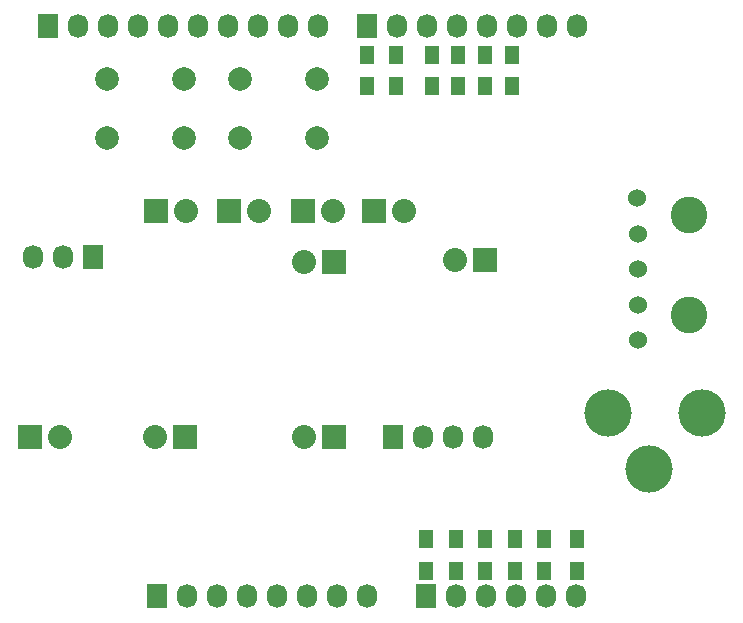
<source format=gts>
G04 #@! TF.FileFunction,Soldermask,Top*
%FSLAX46Y46*%
G04 Gerber Fmt 4.6, Leading zero omitted, Abs format (unit mm)*
G04 Created by KiCad (PCBNEW (2015-11-24 BZR 6329)-product) date Sun 10 Apr 2016 02:36:14 PM EDT*
%MOMM*%
G01*
G04 APERTURE LIST*
%ADD10C,0.100000*%
%ADD11C,2.000000*%
%ADD12C,3.100000*%
%ADD13C,1.524000*%
%ADD14C,4.000000*%
%ADD15R,1.300000X1.500000*%
%ADD16R,1.727200X2.032000*%
%ADD17O,1.727200X2.032000*%
%ADD18R,2.032000X2.032000*%
%ADD19O,2.032000X2.032000*%
G04 APERTURE END LIST*
D10*
D11*
X134748000Y-85115000D03*
X134748000Y-80115000D03*
X141248000Y-85115000D03*
X141248000Y-80115000D03*
X145998000Y-85115000D03*
X145998000Y-80115000D03*
X152498000Y-85115000D03*
X152498000Y-80115000D03*
D12*
X183998000Y-91615000D03*
D13*
X179648000Y-90190000D03*
X179673000Y-93190000D03*
X179673000Y-96190000D03*
X179673000Y-99190000D03*
X179673000Y-102190000D03*
D12*
X183998000Y-100040000D03*
D14*
X177148000Y-108365000D03*
X185148000Y-108365000D03*
X180648000Y-113065000D03*
D15*
X168998000Y-78015000D03*
X168998000Y-80715000D03*
X166748000Y-78015000D03*
X166748000Y-80715000D03*
X164498000Y-78015000D03*
X164498000Y-80715000D03*
X162248000Y-78015000D03*
X162248000Y-80715000D03*
X174498000Y-119015000D03*
X174498000Y-121715000D03*
X171748000Y-119015000D03*
X171748000Y-121715000D03*
X169248000Y-119015000D03*
X169248000Y-121715000D03*
X166748000Y-119015000D03*
X166748000Y-121715000D03*
X164248000Y-119015000D03*
X164248000Y-121715000D03*
X161748000Y-119015000D03*
X161748000Y-121715000D03*
D16*
X156748000Y-75615000D03*
D17*
X159288000Y-75615000D03*
X161828000Y-75615000D03*
X164368000Y-75615000D03*
X166908000Y-75615000D03*
X169448000Y-75615000D03*
X171988000Y-75615000D03*
X174528000Y-75615000D03*
D16*
X129748000Y-75615000D03*
D17*
X132288000Y-75615000D03*
X134828000Y-75615000D03*
X137368000Y-75615000D03*
X139908000Y-75615000D03*
X142448000Y-75615000D03*
X144988000Y-75615000D03*
X147528000Y-75615000D03*
X150068000Y-75615000D03*
X152608000Y-75615000D03*
D18*
X128198000Y-110365000D03*
D19*
X130738000Y-110365000D03*
D16*
X161748000Y-123865000D03*
D17*
X164288000Y-123865000D03*
X166828000Y-123865000D03*
X169368000Y-123865000D03*
X171908000Y-123865000D03*
X174448000Y-123865000D03*
D16*
X138998000Y-123865000D03*
D17*
X141538000Y-123865000D03*
X144078000Y-123865000D03*
X146618000Y-123865000D03*
X149158000Y-123865000D03*
X151698000Y-123865000D03*
X154238000Y-123865000D03*
X156778000Y-123865000D03*
D18*
X151298000Y-91215000D03*
D19*
X153838000Y-91215000D03*
D18*
X153948000Y-95565000D03*
D19*
X151408000Y-95565000D03*
D16*
X158998000Y-110415000D03*
D17*
X161538000Y-110415000D03*
X164078000Y-110415000D03*
X166618000Y-110415000D03*
D18*
X145098000Y-91215000D03*
D19*
X147638000Y-91215000D03*
D18*
X153948000Y-110415000D03*
D19*
X151408000Y-110415000D03*
D18*
X157348000Y-91215000D03*
D19*
X159888000Y-91215000D03*
D18*
X166748000Y-95365000D03*
D19*
X164208000Y-95365000D03*
D16*
X133598000Y-95165000D03*
D17*
X131058000Y-95165000D03*
X128518000Y-95165000D03*
D18*
X138848000Y-91215000D03*
D19*
X141388000Y-91215000D03*
D18*
X141348000Y-110415000D03*
D19*
X138808000Y-110415000D03*
D15*
X156748000Y-78015000D03*
X156748000Y-80715000D03*
X159248000Y-78015000D03*
X159248000Y-80715000D03*
M02*

</source>
